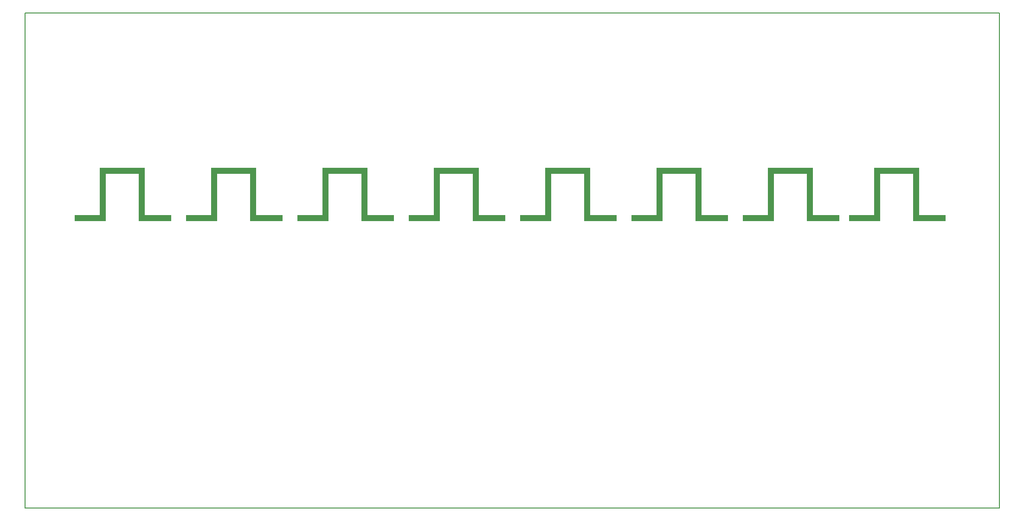
<source format=gbr>
%TF.GenerationSoftware,KiCad,Pcbnew,8.0.5*%
%TF.CreationDate,2024-09-24T14:12:51-04:00*%
%TF.ProjectId,MPD V1,4d504420-5631-42e6-9b69-6361645f7063,rev?*%
%TF.SameCoordinates,Original*%
%TF.FileFunction,Profile,NP*%
%FSLAX46Y46*%
G04 Gerber Fmt 4.6, Leading zero omitted, Abs format (unit mm)*
G04 Created by KiCad (PCBNEW 8.0.5) date 2024-09-24 14:12:51*
%MOMM*%
%LPD*%
G01*
G04 APERTURE LIST*
%TA.AperFunction,Profile*%
%ADD10C,0.200000*%
%TD*%
%TA.AperFunction,Profile*%
%ADD11C,0.100000*%
%TD*%
G04 APERTURE END LIST*
D10*
X45720000Y-39116000D02*
X223520000Y-39116000D01*
X223520000Y-129540000D01*
X45720000Y-129540000D01*
X45720000Y-39116000D01*
D11*
%TO.C,K5*%
X128428000Y-76064451D02*
X133254000Y-76064451D01*
X133254000Y-77080451D01*
X127412000Y-77080451D01*
X127412000Y-68444451D01*
X121316000Y-68444451D01*
X121316000Y-77080451D01*
X115728000Y-77080451D01*
X115728000Y-76064451D01*
X120300000Y-76064451D01*
X120300000Y-67428451D01*
X128428000Y-67428451D01*
X128428000Y-76064451D01*
%TA.AperFunction,Profile*%
G36*
X128428000Y-76064451D02*
G01*
X133254000Y-76064451D01*
X133254000Y-77080451D01*
X127412000Y-77080451D01*
X127412000Y-68444451D01*
X121316000Y-68444451D01*
X121316000Y-77080451D01*
X115728000Y-77080451D01*
X115728000Y-76064451D01*
X120300000Y-76064451D01*
X120300000Y-67428451D01*
X128428000Y-67428451D01*
X128428000Y-76064451D01*
G37*
%TD.AperFunction*%
%TO.C,K8*%
X67468000Y-76064451D02*
X72294000Y-76064451D01*
X72294000Y-77080451D01*
X66452000Y-77080451D01*
X66452000Y-68444451D01*
X60356000Y-68444451D01*
X60356000Y-77080451D01*
X54768000Y-77080451D01*
X54768000Y-76064451D01*
X59340000Y-76064451D01*
X59340000Y-67428451D01*
X67468000Y-67428451D01*
X67468000Y-76064451D01*
%TA.AperFunction,Profile*%
G36*
X67468000Y-76064451D02*
G01*
X72294000Y-76064451D01*
X72294000Y-77080451D01*
X66452000Y-77080451D01*
X66452000Y-68444451D01*
X60356000Y-68444451D01*
X60356000Y-77080451D01*
X54768000Y-77080451D01*
X54768000Y-76064451D01*
X59340000Y-76064451D01*
X59340000Y-67428451D01*
X67468000Y-67428451D01*
X67468000Y-76064451D01*
G37*
%TD.AperFunction*%
%TO.C,K1*%
X208788000Y-76064451D02*
X213614000Y-76064451D01*
X213614000Y-77080451D01*
X207772000Y-77080451D01*
X207772000Y-68444451D01*
X201676000Y-68444451D01*
X201676000Y-77080451D01*
X196088000Y-77080451D01*
X196088000Y-76064451D01*
X200660000Y-76064451D01*
X200660000Y-67428451D01*
X208788000Y-67428451D01*
X208788000Y-76064451D01*
%TA.AperFunction,Profile*%
G36*
X208788000Y-76064451D02*
G01*
X213614000Y-76064451D01*
X213614000Y-77080451D01*
X207772000Y-77080451D01*
X207772000Y-68444451D01*
X201676000Y-68444451D01*
X201676000Y-77080451D01*
X196088000Y-77080451D01*
X196088000Y-76064451D01*
X200660000Y-76064451D01*
X200660000Y-67428451D01*
X208788000Y-67428451D01*
X208788000Y-76064451D01*
G37*
%TD.AperFunction*%
%TO.C,K3*%
X169068000Y-76064451D02*
X173894000Y-76064451D01*
X173894000Y-77080451D01*
X168052000Y-77080451D01*
X168052000Y-68444451D01*
X161956000Y-68444451D01*
X161956000Y-77080451D01*
X156368000Y-77080451D01*
X156368000Y-76064451D01*
X160940000Y-76064451D01*
X160940000Y-67428451D01*
X169068000Y-67428451D01*
X169068000Y-76064451D01*
%TA.AperFunction,Profile*%
G36*
X169068000Y-76064451D02*
G01*
X173894000Y-76064451D01*
X173894000Y-77080451D01*
X168052000Y-77080451D01*
X168052000Y-68444451D01*
X161956000Y-68444451D01*
X161956000Y-77080451D01*
X156368000Y-77080451D01*
X156368000Y-76064451D01*
X160940000Y-76064451D01*
X160940000Y-67428451D01*
X169068000Y-67428451D01*
X169068000Y-76064451D01*
G37*
%TD.AperFunction*%
%TO.C,K4*%
X148747998Y-76064451D02*
X153573998Y-76064451D01*
X153573998Y-77080451D01*
X147731998Y-77080451D01*
X147731998Y-68444451D01*
X141635998Y-68444451D01*
X141635998Y-77080451D01*
X136047998Y-77080451D01*
X136047998Y-76064451D01*
X140619998Y-76064451D01*
X140619998Y-67428451D01*
X148747998Y-67428451D01*
X148747998Y-76064451D01*
%TA.AperFunction,Profile*%
G36*
X148747998Y-76064451D02*
G01*
X153573998Y-76064451D01*
X153573998Y-77080451D01*
X147731998Y-77080451D01*
X147731998Y-68444451D01*
X141635998Y-68444451D01*
X141635998Y-77080451D01*
X136047998Y-77080451D01*
X136047998Y-76064451D01*
X140619998Y-76064451D01*
X140619998Y-67428451D01*
X148747998Y-67428451D01*
X148747998Y-76064451D01*
G37*
%TD.AperFunction*%
%TO.C,K2*%
X189387998Y-76064451D02*
X194213998Y-76064451D01*
X194213998Y-77080451D01*
X188371998Y-77080451D01*
X188371998Y-68444451D01*
X182275998Y-68444451D01*
X182275998Y-77080451D01*
X176687998Y-77080451D01*
X176687998Y-76064451D01*
X181259998Y-76064451D01*
X181259998Y-67428451D01*
X189387998Y-67428451D01*
X189387998Y-76064451D01*
%TA.AperFunction,Profile*%
G36*
X189387998Y-76064451D02*
G01*
X194213998Y-76064451D01*
X194213998Y-77080451D01*
X188371998Y-77080451D01*
X188371998Y-68444451D01*
X182275998Y-68444451D01*
X182275998Y-77080451D01*
X176687998Y-77080451D01*
X176687998Y-76064451D01*
X181259998Y-76064451D01*
X181259998Y-67428451D01*
X189387998Y-67428451D01*
X189387998Y-76064451D01*
G37*
%TD.AperFunction*%
%TO.C,K7*%
X87788000Y-76064451D02*
X92614000Y-76064451D01*
X92614000Y-77080451D01*
X86772000Y-77080451D01*
X86772000Y-68444451D01*
X80676000Y-68444451D01*
X80676000Y-77080451D01*
X75088000Y-77080451D01*
X75088000Y-76064451D01*
X79660000Y-76064451D01*
X79660000Y-67428451D01*
X87788000Y-67428451D01*
X87788000Y-76064451D01*
%TA.AperFunction,Profile*%
G36*
X87788000Y-76064451D02*
G01*
X92614000Y-76064451D01*
X92614000Y-77080451D01*
X86772000Y-77080451D01*
X86772000Y-68444451D01*
X80676000Y-68444451D01*
X80676000Y-77080451D01*
X75088000Y-77080451D01*
X75088000Y-76064451D01*
X79660000Y-76064451D01*
X79660000Y-67428451D01*
X87788000Y-67428451D01*
X87788000Y-76064451D01*
G37*
%TD.AperFunction*%
%TO.C,K6*%
X108108000Y-76064451D02*
X112934000Y-76064451D01*
X112934000Y-77080451D01*
X107092000Y-77080451D01*
X107092000Y-68444451D01*
X100996000Y-68444451D01*
X100996000Y-77080451D01*
X95408000Y-77080451D01*
X95408000Y-76064451D01*
X99980000Y-76064451D01*
X99980000Y-67428451D01*
X108108000Y-67428451D01*
X108108000Y-76064451D01*
%TA.AperFunction,Profile*%
G36*
X108108000Y-76064451D02*
G01*
X112934000Y-76064451D01*
X112934000Y-77080451D01*
X107092000Y-77080451D01*
X107092000Y-68444451D01*
X100996000Y-68444451D01*
X100996000Y-77080451D01*
X95408000Y-77080451D01*
X95408000Y-76064451D01*
X99980000Y-76064451D01*
X99980000Y-67428451D01*
X108108000Y-67428451D01*
X108108000Y-76064451D01*
G37*
%TD.AperFunction*%
%TD*%
M02*

</source>
